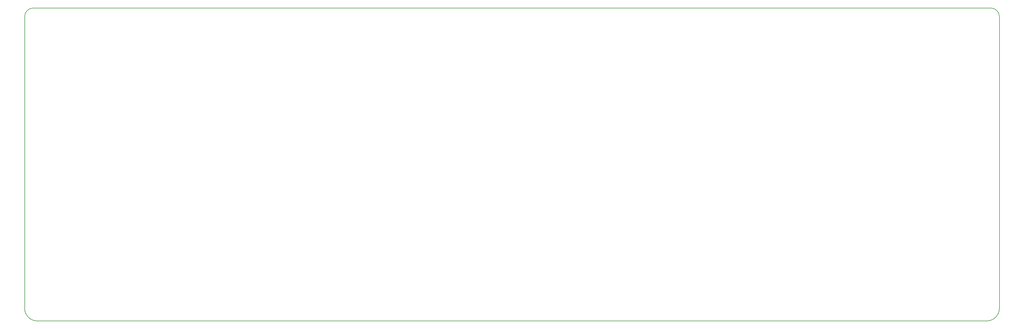
<source format=gm1>
G04 #@! TF.FileFunction,Profile,NP*
%FSLAX46Y46*%
G04 Gerber Fmt 4.6, Leading zero omitted, Abs format (unit mm)*
G04 Created by KiCad (PCBNEW 4.0.7) date 02/17/18 00:52:53*
%MOMM*%
%LPD*%
G01*
G04 APERTURE LIST*
%ADD10C,0.100000*%
%ADD11C,0.150000*%
G04 APERTURE END LIST*
D10*
D11*
X380500000Y-130250000D02*
X378000000Y-130250000D01*
X381750000Y-31750000D02*
X381250000Y-31750000D01*
X381250000Y-31750000D02*
X379250000Y-31750000D01*
X80500000Y-31750000D02*
X82250000Y-31750000D01*
X81750000Y-130250000D02*
X83500000Y-130250000D01*
X378000000Y-130250000D02*
X376750000Y-130250000D01*
X384500000Y-99500000D02*
X384500000Y-126250000D01*
X373500000Y-130250000D02*
X376750000Y-130250000D01*
X83500000Y-130250000D02*
X373500000Y-130250000D01*
X379250000Y-31750000D02*
X372000000Y-31750000D01*
X384500000Y-34500000D02*
X384500000Y-99500000D01*
X103250000Y-31750000D02*
X372000000Y-31750000D01*
X77750000Y-37250000D02*
X77750000Y-34500000D01*
X103000000Y-31750000D02*
X103250000Y-31750000D01*
X82250000Y-31750000D02*
X103000000Y-31750000D01*
X77750000Y-126250000D02*
X77750000Y-37250000D01*
X77750000Y-126250000D02*
G75*
G03X81750000Y-130250000I4000000J0D01*
G01*
X380500000Y-130250000D02*
G75*
G03X384500000Y-126250000I0J4000000D01*
G01*
X80500000Y-31750000D02*
G75*
G03X77750000Y-34500000I0J-2750000D01*
G01*
X384500000Y-34500000D02*
G75*
G03X381750000Y-31750000I-2750000J0D01*
G01*
M02*

</source>
